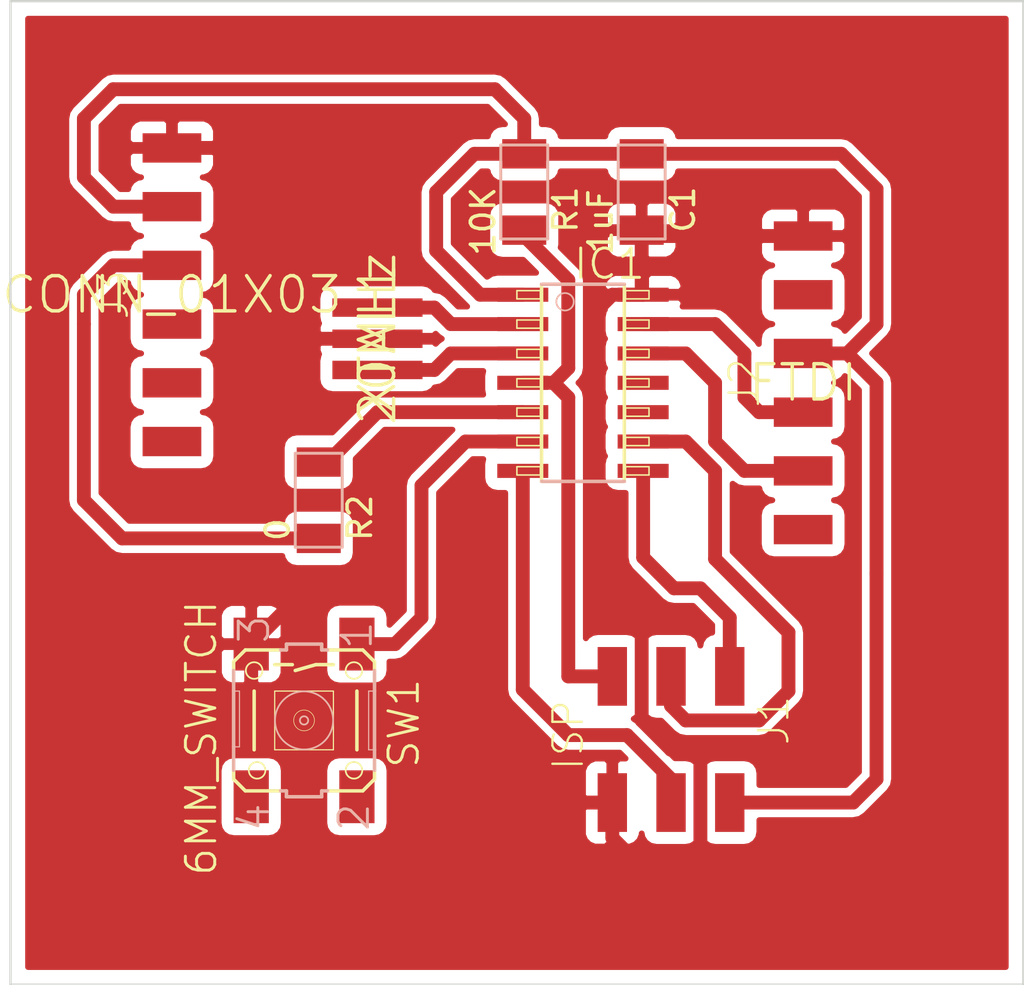
<source format=kicad_pcb>
(kicad_pcb (version 4) (host pcbnew 4.0.6-e0-6349~53~ubuntu14.04.1)

  (general
    (links 23)
    (no_connects 0)
    (area 141.994 45.669999 186.740001 88.315001)
    (thickness 1.6)
    (drawings 4)
    (tracks 118)
    (zones 0)
    (modules 9)
    (nets 20)
  )

  (page A4)
  (layers
    (0 F.Cu signal)
    (31 B.Cu signal)
    (32 B.Adhes user)
    (33 F.Adhes user)
    (34 B.Paste user)
    (35 F.Paste user)
    (36 B.SilkS user)
    (37 F.SilkS user)
    (38 B.Mask user)
    (39 F.Mask user)
    (40 Dwgs.User user)
    (41 Cmts.User user)
    (42 Eco1.User user)
    (43 Eco2.User user)
    (44 Edge.Cuts user)
    (45 Margin user)
    (46 B.CrtYd user)
    (47 F.CrtYd user)
    (48 B.Fab user)
    (49 F.Fab user)
  )

  (setup
    (last_trace_width 0.6)
    (trace_clearance 0.2)
    (zone_clearance 0.508)
    (zone_45_only no)
    (trace_min 0.2)
    (segment_width 0.2)
    (edge_width 0.1)
    (via_size 0.6)
    (via_drill 0.4)
    (via_min_size 0.4)
    (via_min_drill 0.3)
    (uvia_size 0.3)
    (uvia_drill 0.1)
    (uvias_allowed no)
    (uvia_min_size 0.2)
    (uvia_min_drill 0.1)
    (pcb_text_width 0.3)
    (pcb_text_size 1.5 1.5)
    (mod_edge_width 0.15)
    (mod_text_size 1 1)
    (mod_text_width 0.15)
    (pad_size 1.5 1.5)
    (pad_drill 0.6)
    (pad_to_mask_clearance 0)
    (aux_axis_origin 0 0)
    (visible_elements FFFFFF7F)
    (pcbplotparams
      (layerselection 0x00030_80000001)
      (usegerberextensions false)
      (excludeedgelayer true)
      (linewidth 0.100000)
      (plotframeref false)
      (viasonmask false)
      (mode 1)
      (useauxorigin false)
      (hpglpennumber 1)
      (hpglpenspeed 20)
      (hpglpendiameter 15)
      (hpglpenoverlay 2)
      (psnegative false)
      (psa4output false)
      (plotreference true)
      (plotvalue true)
      (plotinvisibletext false)
      (padsonsilk false)
      (subtractmaskfromsilk false)
      (outputformat 1)
      (mirror false)
      (drillshape 1)
      (scaleselection 1)
      (outputdirectory ""))
  )

  (net 0 "")
  (net 1 +5V)
  (net 2 GND)
  (net 3 XTAL1)
  (net 4 XTAL2)
  (net 5 RESET)
  (net 6 SWITCH)
  (net 7 MOSI)
  (net 8 MISO)
  (net 9 SCK)
  (net 10 "Net-(IC1-Pad10)")
  (net 11 "Net-(IC1-Pad11)")
  (net 12 RX)
  (net 13 TX)
  (net 14 "Net-(J2-Pad2)")
  (net 15 "Net-(J2-Pad6)")
  (net 16 "Net-(SW1-Pad2)")
  (net 17 "Net-(SW1-Pad4)")
  (net 18 SERVO)
  (net 19 "Net-(J3-Pad3)")

  (net_class Default "Questo è il gruppo di collegamenti predefinito"
    (clearance 0.2)
    (trace_width 0.6)
    (via_dia 0.6)
    (via_drill 0.4)
    (uvia_dia 0.3)
    (uvia_drill 0.1)
    (add_net +5V)
    (add_net GND)
    (add_net MISO)
    (add_net MOSI)
    (add_net "Net-(IC1-Pad10)")
    (add_net "Net-(IC1-Pad11)")
    (add_net "Net-(J2-Pad2)")
    (add_net "Net-(J2-Pad6)")
    (add_net "Net-(J3-Pad3)")
    (add_net "Net-(SW1-Pad2)")
    (add_net "Net-(SW1-Pad4)")
    (add_net RESET)
    (add_net RX)
    (add_net SCK)
    (add_net SERVO)
    (add_net SWITCH)
    (add_net TX)
    (add_net XTAL1)
    (add_net XTAL2)
  )

  (module FabInventory:fab-C1206FAB (layer F.Cu) (tedit 200000) (tstamp 58BF2DD6)
    (at 170.18 53.975 270)
    (path /58BDE84B)
    (attr smd)
    (fp_text reference C1 (at 0.762 -1.778 270) (layer F.SilkS)
      (effects (font (size 1.016 1.016) (thickness 0.1524)))
    )
    (fp_text value 1uF (at 1.27 1.778 270) (layer F.SilkS)
      (effects (font (size 1.016 1.016) (thickness 0.1524)))
    )
    (fp_line (start -2.032 -1.016) (end 2.032 -1.016) (layer B.SilkS) (width 0.127))
    (fp_line (start 2.032 -1.016) (end 2.032 1.016) (layer B.SilkS) (width 0.127))
    (fp_line (start 2.032 1.016) (end -2.032 1.016) (layer B.SilkS) (width 0.127))
    (fp_line (start -2.032 1.016) (end -2.032 -1.016) (layer B.SilkS) (width 0.127))
    (pad 1 smd rect (at -1.651 0 270) (size 1.27 1.905) (layers F.Cu F.Paste F.Mask)
      (net 1 +5V))
    (pad 2 smd rect (at 1.651 0 270) (size 1.27 1.905) (layers F.Cu F.Paste F.Mask)
      (net 2 GND))
  )

  (module FabInventory:fab-SOIC14 (layer F.Cu) (tedit 58BF2F6E) (tstamp 58BF2E2F)
    (at 167.64 62.23 270)
    (descr "SMALL OUTLINE PACKAGE")
    (tags "SMALL OUTLINE PACKAGE")
    (path /58BDE5BD)
    (attr smd)
    (fp_text reference IC1 (at -5.1435 -1.143 360) (layer F.SilkS)
      (effects (font (size 1.27 1.27) (thickness 0.127)))
    )
    (fp_text value ATTINY44-SSU (at 1.27 0.0635 270) (layer F.SilkS) hide
      (effects (font (size 1.27 1.27) (thickness 0.127)))
    )
    (fp_line (start -3.9878 -1.8415) (end -3.62966 -1.8415) (layer F.SilkS) (width 0.06604))
    (fp_line (start -3.62966 -1.8415) (end -3.62966 -2.8575) (layer F.SilkS) (width 0.06604))
    (fp_line (start -3.9878 -2.8575) (end -3.62966 -2.8575) (layer F.SilkS) (width 0.06604))
    (fp_line (start -3.9878 -1.8415) (end -3.9878 -2.8575) (layer F.SilkS) (width 0.06604))
    (fp_line (start -2.7178 -1.8415) (end -2.3622 -1.8415) (layer F.SilkS) (width 0.06604))
    (fp_line (start -2.3622 -1.8415) (end -2.3622 -2.8575) (layer F.SilkS) (width 0.06604))
    (fp_line (start -2.7178 -2.8575) (end -2.3622 -2.8575) (layer F.SilkS) (width 0.06604))
    (fp_line (start -2.7178 -1.8415) (end -2.7178 -2.8575) (layer F.SilkS) (width 0.06604))
    (fp_line (start -1.4478 -1.8415) (end -1.08966 -1.8415) (layer F.SilkS) (width 0.06604))
    (fp_line (start -1.08966 -1.8415) (end -1.08966 -2.8575) (layer F.SilkS) (width 0.06604))
    (fp_line (start -1.4478 -2.8575) (end -1.08966 -2.8575) (layer F.SilkS) (width 0.06604))
    (fp_line (start -1.4478 -1.8415) (end -1.4478 -2.8575) (layer F.SilkS) (width 0.06604))
    (fp_line (start -0.1778 -1.8415) (end 0.1778 -1.8415) (layer F.SilkS) (width 0.06604))
    (fp_line (start 0.1778 -1.8415) (end 0.1778 -2.8575) (layer F.SilkS) (width 0.06604))
    (fp_line (start -0.1778 -2.8575) (end 0.1778 -2.8575) (layer F.SilkS) (width 0.06604))
    (fp_line (start -0.1778 -1.8415) (end -0.1778 -2.8575) (layer F.SilkS) (width 0.06604))
    (fp_line (start 1.08966 -1.8415) (end 1.4478 -1.8415) (layer F.SilkS) (width 0.06604))
    (fp_line (start 1.4478 -1.8415) (end 1.4478 -2.8575) (layer F.SilkS) (width 0.06604))
    (fp_line (start 1.08966 -2.8575) (end 1.4478 -2.8575) (layer F.SilkS) (width 0.06604))
    (fp_line (start 1.08966 -1.8415) (end 1.08966 -2.8575) (layer F.SilkS) (width 0.06604))
    (fp_line (start 2.3622 -1.8415) (end 2.7178 -1.8415) (layer F.SilkS) (width 0.06604))
    (fp_line (start 2.7178 -1.8415) (end 2.7178 -2.8575) (layer F.SilkS) (width 0.06604))
    (fp_line (start 2.3622 -2.8575) (end 2.7178 -2.8575) (layer F.SilkS) (width 0.06604))
    (fp_line (start 2.3622 -1.8415) (end 2.3622 -2.8575) (layer F.SilkS) (width 0.06604))
    (fp_line (start 3.62966 -1.8415) (end 3.9878 -1.8415) (layer F.SilkS) (width 0.06604))
    (fp_line (start 3.9878 -1.8415) (end 3.9878 -2.8575) (layer F.SilkS) (width 0.06604))
    (fp_line (start 3.62966 -2.8575) (end 3.9878 -2.8575) (layer F.SilkS) (width 0.06604))
    (fp_line (start 3.62966 -1.8415) (end 3.62966 -2.8575) (layer F.SilkS) (width 0.06604))
    (fp_line (start 3.62966 2.8575) (end 3.9878 2.8575) (layer F.SilkS) (width 0.06604))
    (fp_line (start 3.9878 2.8575) (end 3.9878 1.8415) (layer F.SilkS) (width 0.06604))
    (fp_line (start 3.62966 1.8415) (end 3.9878 1.8415) (layer F.SilkS) (width 0.06604))
    (fp_line (start 3.62966 2.8575) (end 3.62966 1.8415) (layer F.SilkS) (width 0.06604))
    (fp_line (start 2.3622 2.8575) (end 2.7178 2.8575) (layer F.SilkS) (width 0.06604))
    (fp_line (start 2.7178 2.8575) (end 2.7178 1.8415) (layer F.SilkS) (width 0.06604))
    (fp_line (start 2.3622 1.8415) (end 2.7178 1.8415) (layer F.SilkS) (width 0.06604))
    (fp_line (start 2.3622 2.8575) (end 2.3622 1.8415) (layer F.SilkS) (width 0.06604))
    (fp_line (start 1.08966 2.8575) (end 1.4478 2.8575) (layer F.SilkS) (width 0.06604))
    (fp_line (start 1.4478 2.8575) (end 1.4478 1.8415) (layer F.SilkS) (width 0.06604))
    (fp_line (start 1.08966 1.8415) (end 1.4478 1.8415) (layer F.SilkS) (width 0.06604))
    (fp_line (start 1.08966 2.8575) (end 1.08966 1.8415) (layer F.SilkS) (width 0.06604))
    (fp_line (start -0.1778 2.8575) (end 0.1778 2.8575) (layer F.SilkS) (width 0.06604))
    (fp_line (start 0.1778 2.8575) (end 0.1778 1.8415) (layer F.SilkS) (width 0.06604))
    (fp_line (start -0.1778 1.8415) (end 0.1778 1.8415) (layer F.SilkS) (width 0.06604))
    (fp_line (start -0.1778 2.8575) (end -0.1778 1.8415) (layer F.SilkS) (width 0.06604))
    (fp_line (start -1.4478 2.8575) (end -1.08966 2.8575) (layer F.SilkS) (width 0.06604))
    (fp_line (start -1.08966 2.8575) (end -1.08966 1.8415) (layer F.SilkS) (width 0.06604))
    (fp_line (start -1.4478 1.8415) (end -1.08966 1.8415) (layer F.SilkS) (width 0.06604))
    (fp_line (start -1.4478 2.8575) (end -1.4478 1.8415) (layer F.SilkS) (width 0.06604))
    (fp_line (start -2.7178 2.8575) (end -2.3622 2.8575) (layer F.SilkS) (width 0.06604))
    (fp_line (start -2.3622 2.8575) (end -2.3622 1.8415) (layer F.SilkS) (width 0.06604))
    (fp_line (start -2.7178 1.8415) (end -2.3622 1.8415) (layer F.SilkS) (width 0.06604))
    (fp_line (start -2.7178 2.8575) (end -2.7178 1.8415) (layer F.SilkS) (width 0.06604))
    (fp_line (start -3.9878 2.8575) (end -3.62966 2.8575) (layer F.SilkS) (width 0.06604))
    (fp_line (start -3.62966 2.8575) (end -3.62966 1.8415) (layer F.SilkS) (width 0.06604))
    (fp_line (start -3.9878 1.8415) (end -3.62966 1.8415) (layer F.SilkS) (width 0.06604))
    (fp_line (start -3.9878 2.8575) (end -3.9878 1.8415) (layer F.SilkS) (width 0.06604))
    (fp_line (start -4.26466 1.7907) (end 4.26466 1.7907) (layer F.SilkS) (width 0.1524))
    (fp_line (start 4.26466 1.7907) (end 4.26466 -1.7907) (layer B.SilkS) (width 0.1524))
    (fp_line (start 4.26466 -1.7907) (end -4.26466 -1.7907) (layer F.SilkS) (width 0.1524))
    (fp_line (start -4.26466 -1.7907) (end -4.26466 1.7907) (layer B.SilkS) (width 0.1524))
    (fp_circle (center -3.5052 0.7747) (end -3.7719 1.0414) (layer B.SilkS) (width 0.0762))
    (pad 1 smd rect (at -3.81 2.6035 270) (size 0.6096 2.20726) (layers F.Cu F.Paste F.Mask)
      (net 1 +5V))
    (pad 2 smd rect (at -2.54 2.6035 270) (size 0.6096 2.20726) (layers F.Cu F.Paste F.Mask)
      (net 3 XTAL1))
    (pad 3 smd rect (at -1.27 2.6035 270) (size 0.6096 2.20726) (layers F.Cu F.Paste F.Mask)
      (net 4 XTAL2))
    (pad 4 smd rect (at 0 2.6035 270) (size 0.6096 2.20726) (layers F.Cu F.Paste F.Mask)
      (net 5 RESET))
    (pad 5 smd rect (at 1.27 2.6035 270) (size 0.6096 2.20726) (layers F.Cu F.Paste F.Mask)
      (net 18 SERVO))
    (pad 6 smd rect (at 2.54 2.6035 270) (size 0.6096 2.20726) (layers F.Cu F.Paste F.Mask)
      (net 6 SWITCH))
    (pad 7 smd rect (at 3.81 2.6035 270) (size 0.6096 2.20726) (layers F.Cu F.Paste F.Mask)
      (net 7 MOSI))
    (pad 8 smd rect (at 3.81 -2.6035 270) (size 0.6096 2.20726) (layers F.Cu F.Paste F.Mask)
      (net 8 MISO))
    (pad 9 smd rect (at 2.54 -2.6035 270) (size 0.6096 2.20726) (layers F.Cu F.Paste F.Mask)
      (net 9 SCK))
    (pad 10 smd rect (at 1.27 -2.6035 270) (size 0.6096 2.20726) (layers F.Cu F.Paste F.Mask)
      (net 10 "Net-(IC1-Pad10)"))
    (pad 11 smd rect (at 0 -2.6035 270) (size 0.6096 2.20726) (layers F.Cu F.Paste F.Mask)
      (net 11 "Net-(IC1-Pad11)"))
    (pad 12 smd rect (at -1.27 -2.6035 270) (size 0.6096 2.20726) (layers F.Cu F.Paste F.Mask)
      (net 12 RX))
    (pad 13 smd rect (at -2.54 -2.6035 270) (size 0.6096 2.20726) (layers F.Cu F.Paste F.Mask)
      (net 13 TX))
    (pad 14 smd rect (at -3.81 -2.6035 270) (size 0.6096 2.20726) (layers F.Cu F.Paste F.Mask)
      (net 2 GND))
  )

  (module FabInventory:fab-2X03SMD (layer F.Cu) (tedit 200000) (tstamp 58BF2E39)
    (at 171.45 77.47 270)
    (path /58BDE89B)
    (attr smd)
    (fp_text reference J1 (at -0.635 -4.445 270) (layer F.SilkS)
      (effects (font (size 1.27 1.27) (thickness 0.1016)))
    )
    (fp_text value ISP (at 0 4.445 270) (layer F.SilkS)
      (effects (font (size 1.27 1.27) (thickness 0.1016)))
    )
    (pad 1 smd rect (at -2.54 -2.54 270) (size 2.54 1.27) (layers F.Cu F.Paste F.Mask)
      (net 8 MISO))
    (pad 2 smd rect (at 2.91846 -2.54 270) (size 2.54 1.27) (layers F.Cu F.Paste F.Mask)
      (net 1 +5V))
    (pad 3 smd rect (at -2.54 0 270) (size 2.54 1.27) (layers F.Cu F.Paste F.Mask)
      (net 9 SCK))
    (pad 4 smd rect (at 2.91846 0 270) (size 2.54 1.27) (layers F.Cu F.Paste F.Mask)
      (net 7 MOSI))
    (pad 5 smd rect (at -2.54 2.54 270) (size 2.54 1.27) (layers F.Cu F.Paste F.Mask)
      (net 5 RESET))
    (pad 6 smd rect (at 2.91846 2.54 270) (size 2.54 1.27) (layers F.Cu F.Paste F.Mask)
      (net 2 GND))
  )

  (module FabInventory:fab-1X06SMD (layer F.Cu) (tedit 200000) (tstamp 58BF2E43)
    (at 177.165 62.23)
    (path /58BDE975)
    (attr smd)
    (fp_text reference J2 (at -2.54 0 90) (layer F.SilkS)
      (effects (font (size 1.27 1.27) (thickness 0.1016)))
    )
    (fp_text value FTDI (at 0 0) (layer F.SilkS)
      (effects (font (thickness 0.15)))
    )
    (pad 1 smd rect (at 0 -6.35) (size 2.54 1.27) (layers F.Cu F.Paste F.Mask)
      (net 2 GND))
    (pad 2 smd rect (at 0 -3.81) (size 2.54 1.27) (layers F.Cu F.Paste F.Mask)
      (net 14 "Net-(J2-Pad2)"))
    (pad 3 smd rect (at 0 -1.27) (size 2.54 1.27) (layers F.Cu F.Paste F.Mask)
      (net 1 +5V))
    (pad 4 smd rect (at 0 1.27) (size 2.54 1.27) (layers F.Cu F.Paste F.Mask)
      (net 13 TX))
    (pad 5 smd rect (at 0 3.81) (size 2.54 1.27) (layers F.Cu F.Paste F.Mask)
      (net 12 RX))
    (pad 6 smd rect (at 0 6.35) (size 2.54 1.27) (layers F.Cu F.Paste F.Mask)
      (net 15 "Net-(J2-Pad6)"))
  )

  (module FabInventory:fab-R1206FAB (layer F.Cu) (tedit 200000) (tstamp 58BF2E4D)
    (at 165.1 53.975 270)
    (path /58BDE73D)
    (attr smd)
    (fp_text reference R1 (at 0.762 -1.778 270) (layer F.SilkS)
      (effects (font (size 1.016 1.016) (thickness 0.1524)))
    )
    (fp_text value 10K (at 1.27 1.778 270) (layer F.SilkS)
      (effects (font (size 1.016 1.016) (thickness 0.1524)))
    )
    (fp_line (start -2.032 -1.016) (end 2.032 -1.016) (layer B.SilkS) (width 0.127))
    (fp_line (start 2.032 -1.016) (end 2.032 1.016) (layer B.SilkS) (width 0.127))
    (fp_line (start 2.032 1.016) (end -2.032 1.016) (layer B.SilkS) (width 0.127))
    (fp_line (start -2.032 1.016) (end -2.032 -1.016) (layer B.SilkS) (width 0.127))
    (pad 1 smd rect (at -1.651 0 270) (size 1.27 1.905) (layers F.Cu F.Paste F.Mask)
      (net 1 +5V))
    (pad 2 smd rect (at 1.651 0 270) (size 1.27 1.905) (layers F.Cu F.Paste F.Mask)
      (net 5 RESET))
  )

  (module FabInventory:fab-6MM_SWITCH (layer F.Cu) (tedit 200000) (tstamp 58BF2E95)
    (at 155.575 76.835 270)
    (descr "OMRON SWITCH")
    (tags "OMRON SWITCH")
    (path /58BDE674)
    (attr smd)
    (fp_text reference SW1 (at 0.127 -4.318 270) (layer F.SilkS)
      (effects (font (size 1.27 1.27) (thickness 0.127)))
    )
    (fp_text value 6MM_SWITCH (at 0.762 4.445 270) (layer F.SilkS)
      (effects (font (size 1.27 1.27) (thickness 0.127)))
    )
    (fp_line (start 3.302 0.762) (end 3.048 0.762) (layer B.SilkS) (width 0.1524))
    (fp_line (start 3.302 0.762) (end 3.302 -0.762) (layer B.SilkS) (width 0.1524))
    (fp_line (start 3.048 -0.762) (end 3.302 -0.762) (layer B.SilkS) (width 0.1524))
    (fp_line (start 3.048 -1.016) (end 3.048 -2.54) (layer F.SilkS) (width 0.1524))
    (fp_line (start -3.302 -0.762) (end -3.048 -0.762) (layer B.SilkS) (width 0.1524))
    (fp_line (start -3.302 -0.762) (end -3.302 0.762) (layer B.SilkS) (width 0.1524))
    (fp_line (start -3.048 0.762) (end -3.302 0.762) (layer B.SilkS) (width 0.1524))
    (fp_line (start 3.048 -2.54) (end 2.54 -3.048) (layer F.SilkS) (width 0.1524))
    (fp_line (start 2.54 3.048) (end 3.048 2.54) (layer F.SilkS) (width 0.1524))
    (fp_line (start 3.048 2.54) (end 3.048 1.016) (layer F.SilkS) (width 0.1524))
    (fp_line (start -2.54 -3.048) (end -3.048 -2.54) (layer F.SilkS) (width 0.1524))
    (fp_line (start -3.048 -2.54) (end -3.048 -1.016) (layer F.SilkS) (width 0.1524))
    (fp_line (start -2.54 3.048) (end -3.048 2.54) (layer F.SilkS) (width 0.1524))
    (fp_line (start -3.048 2.54) (end -3.048 1.016) (layer F.SilkS) (width 0.1524))
    (fp_line (start -1.27 -1.27) (end -1.27 1.27) (layer F.SilkS) (width 0.0508))
    (fp_line (start 1.27 1.27) (end -1.27 1.27) (layer F.SilkS) (width 0.0508))
    (fp_line (start 1.27 1.27) (end 1.27 -1.27) (layer F.SilkS) (width 0.0508))
    (fp_line (start -1.27 -1.27) (end 1.27 -1.27) (layer F.SilkS) (width 0.0508))
    (fp_line (start -1.27 -3.048) (end -1.27 -2.794) (layer B.SilkS) (width 0.0508))
    (fp_line (start 1.27 -2.794) (end -1.27 -2.794) (layer B.SilkS) (width 0.0508))
    (fp_line (start 1.27 -2.794) (end 1.27 -3.048) (layer B.SilkS) (width 0.0508))
    (fp_line (start 1.143 2.794) (end -1.27 2.794) (layer B.SilkS) (width 0.0508))
    (fp_line (start 1.143 2.794) (end 1.143 3.048) (layer B.SilkS) (width 0.0508))
    (fp_line (start -1.27 2.794) (end -1.27 3.048) (layer B.SilkS) (width 0.0508))
    (fp_line (start 2.54 3.048) (end 2.159 3.048) (layer F.SilkS) (width 0.1524))
    (fp_line (start -2.54 3.048) (end -2.159 3.048) (layer F.SilkS) (width 0.1524))
    (fp_line (start -2.159 3.048) (end -1.27 3.048) (layer B.SilkS) (width 0.1524))
    (fp_line (start -2.54 -3.048) (end -2.159 -3.048) (layer F.SilkS) (width 0.1524))
    (fp_line (start 2.54 -3.048) (end 2.159 -3.048) (layer F.SilkS) (width 0.1524))
    (fp_line (start 2.159 -3.048) (end 1.27 -3.048) (layer B.SilkS) (width 0.1524))
    (fp_line (start 1.27 -3.048) (end -1.27 -3.048) (layer B.SilkS) (width 0.1524))
    (fp_line (start -1.27 -3.048) (end -2.159 -3.048) (layer B.SilkS) (width 0.1524))
    (fp_line (start -1.27 3.048) (end 1.143 3.048) (layer B.SilkS) (width 0.1524))
    (fp_line (start 1.143 3.048) (end 2.159 3.048) (layer B.SilkS) (width 0.1524))
    (fp_line (start 3.048 0.762) (end 3.048 1.016) (layer B.SilkS) (width 0.1524))
    (fp_line (start 3.048 -0.762) (end 3.048 -1.016) (layer B.SilkS) (width 0.1524))
    (fp_line (start -3.048 0.762) (end -3.048 1.016) (layer B.SilkS) (width 0.1524))
    (fp_line (start -3.048 -0.762) (end -3.048 -1.016) (layer B.SilkS) (width 0.1524))
    (fp_line (start -1.27 2.159) (end 1.27 2.159) (layer F.SilkS) (width 0.1524))
    (fp_line (start 1.27 -2.286) (end -1.27 -2.286) (layer F.SilkS) (width 0.1524))
    (fp_line (start -2.413 -1.27) (end -2.413 -0.508) (layer F.SilkS) (width 0.1524))
    (fp_line (start -2.413 0.508) (end -2.413 1.27) (layer F.SilkS) (width 0.1524))
    (fp_line (start -2.413 -0.508) (end -2.159 0.381) (layer F.SilkS) (width 0.1524))
    (fp_circle (center 0 0) (end -0.889 0.889) (layer B.SilkS) (width 0.0762))
    (fp_circle (center -2.159 2.159) (end -2.413 2.413) (layer F.SilkS) (width 0.0762))
    (fp_circle (center 2.159 2.032) (end 2.413 2.286) (layer F.SilkS) (width 0.0762))
    (fp_circle (center 2.159 -2.159) (end 2.413 -2.413) (layer F.SilkS) (width 0.0762))
    (fp_circle (center -2.159 -2.159) (end -2.413 -2.413) (layer F.SilkS) (width 0.0762))
    (fp_circle (center 0 0) (end -0.3175 0.3175) (layer F.SilkS) (width 0.0254))
    (fp_circle (center 0 0) (end -0.127 0.127) (layer B.SilkS) (width 0.0762))
    (fp_text user 1 (at -3.683 -2.286 270) (layer B.SilkS)
      (effects (font (size 1.27 1.27) (thickness 0.127)))
    )
    (fp_text user 2 (at 4.191 -2.159 270) (layer B.SilkS)
      (effects (font (size 1.27 1.27) (thickness 0.127)))
    )
    (fp_text user 3 (at -3.937 2.159 270) (layer B.SilkS)
      (effects (font (size 1.27 1.27) (thickness 0.127)))
    )
    (fp_text user 4 (at 4.191 2.159 270) (layer B.SilkS)
      (effects (font (size 1.27 1.27) (thickness 0.127)))
    )
    (pad 1 smd rect (at -3.302 -2.286 270) (size 2.286 1.524) (layers F.Cu F.Paste F.Mask)
      (net 6 SWITCH))
    (pad 2 smd rect (at 3.302 -2.286 270) (size 2.286 1.524) (layers F.Cu F.Paste F.Mask)
      (net 16 "Net-(SW1-Pad2)"))
    (pad 3 smd rect (at -3.302 2.286 270) (size 2.286 1.524) (layers F.Cu F.Paste F.Mask)
      (net 2 GND))
    (pad 4 smd rect (at 3.302 2.286 270) (size 2.286 1.524) (layers F.Cu F.Paste F.Mask)
      (net 17 "Net-(SW1-Pad4)"))
  )

  (module FabInventory:fab-EFOBM (layer F.Cu) (tedit 200000) (tstamp 58BF2E9C)
    (at 158.75 60.325 270)
    (path /58BDE91A)
    (attr smd)
    (fp_text reference XTAL1 (at 0 0 270) (layer F.SilkS)
      (effects (font (thickness 0.15)))
    )
    (fp_text value 20MHz (at 0 0 270) (layer F.SilkS)
      (effects (font (thickness 0.15)))
    )
    (pad 1 smd rect (at -1.34874 0) (size 3.8989 0.79756) (layers F.Cu F.Paste F.Mask)
      (net 3 XTAL1))
    (pad 2 smd rect (at 0 0 180) (size 3.8989 0.79756) (layers F.Cu F.Paste F.Mask)
      (net 2 GND))
    (pad 3 smd rect (at 1.34874 0 180) (size 3.8989 0.79756) (layers F.Cu F.Paste F.Mask)
      (net 4 XTAL2))
  )

  (module fab:fab-1X06SMD (layer F.Cu) (tedit 200000) (tstamp 58E41379)
    (at 149.86 58.42)
    (path /58E40CE3)
    (attr smd)
    (fp_text reference J3 (at -2.54 0 90) (layer F.SilkS)
      (effects (font (size 1.27 1.27) (thickness 0.1016)))
    )
    (fp_text value CONN_01X03 (at 0 0) (layer F.SilkS)
      (effects (font (thickness 0.15)))
    )
    (pad 1 smd rect (at 0 -6.35) (size 2.54 1.27) (layers F.Cu F.Paste F.Mask)
      (net 2 GND))
    (pad 2 smd rect (at 0 -3.81) (size 2.54 1.27) (layers F.Cu F.Paste F.Mask)
      (net 1 +5V))
    (pad 3 smd rect (at 0 -1.27) (size 2.54 1.27) (layers F.Cu F.Paste F.Mask)
      (net 19 "Net-(J3-Pad3)"))
    (pad 4 smd rect (at 0 1.27) (size 2.54 1.27) (layers F.Cu F.Paste F.Mask))
    (pad 5 smd rect (at 0 3.81) (size 2.54 1.27) (layers F.Cu F.Paste F.Mask))
    (pad 6 smd rect (at 0 6.35) (size 2.54 1.27) (layers F.Cu F.Paste F.Mask))
  )

  (module fab:fab-R1206FAB (layer F.Cu) (tedit 200000) (tstamp 58E4137F)
    (at 156.21 67.31 270)
    (path /58E419E7)
    (attr smd)
    (fp_text reference R2 (at 0.762 -1.778 270) (layer F.SilkS)
      (effects (font (size 1.016 1.016) (thickness 0.1524)))
    )
    (fp_text value 0 (at 1.27 1.778 270) (layer F.SilkS)
      (effects (font (size 1.016 1.016) (thickness 0.1524)))
    )
    (fp_line (start -2.032 -1.016) (end 2.032 -1.016) (layer B.SilkS) (width 0.127))
    (fp_line (start 2.032 -1.016) (end 2.032 1.016) (layer B.SilkS) (width 0.127))
    (fp_line (start 2.032 1.016) (end -2.032 1.016) (layer B.SilkS) (width 0.127))
    (fp_line (start -2.032 1.016) (end -2.032 -1.016) (layer B.SilkS) (width 0.127))
    (pad 1 smd rect (at -1.651 0 270) (size 1.27 1.905) (layers F.Cu F.Paste F.Mask)
      (net 18 SERVO))
    (pad 2 smd rect (at 1.651 0 270) (size 1.27 1.905) (layers F.Cu F.Paste F.Mask)
      (net 19 "Net-(J3-Pad3)"))
  )

  (gr_line (start 142.875 88.265) (end 142.875 45.72) (angle 90) (layer Edge.Cuts) (width 0.1))
  (gr_line (start 186.69 88.265) (end 142.875 88.265) (angle 90) (layer Edge.Cuts) (width 0.1))
  (gr_line (start 186.69 45.72) (end 186.69 88.265) (angle 90) (layer Edge.Cuts) (width 0.1))
  (gr_line (start 142.875 45.72) (end 186.69 45.72) (angle 90) (layer Edge.Cuts) (width 0.1))

  (segment (start 149.86 54.61) (end 147.32 54.61) (width 0.6) (layer F.Cu) (net 1))
  (segment (start 165.1 50.8) (end 165.1 52.324) (width 0.6) (layer F.Cu) (net 1) (tstamp 58E4144A))
  (segment (start 163.83 49.53) (end 165.1 50.8) (width 0.6) (layer F.Cu) (net 1) (tstamp 58E41448))
  (segment (start 147.32 49.53) (end 163.83 49.53) (width 0.6) (layer F.Cu) (net 1) (tstamp 58E41443))
  (segment (start 146.05 50.8) (end 147.32 49.53) (width 0.6) (layer F.Cu) (net 1) (tstamp 58E41441))
  (segment (start 146.05 53.34) (end 146.05 50.8) (width 0.6) (layer F.Cu) (net 1) (tstamp 58E4143F))
  (segment (start 147.32 54.61) (end 146.05 53.34) (width 0.6) (layer F.Cu) (net 1) (tstamp 58E4143C))
  (segment (start 180.34 70.485) (end 180.34 79.375) (width 0.6) (layer F.Cu) (net 1))
  (segment (start 180.34 62.23) (end 180.34 70.485) (width 0.6) (layer F.Cu) (net 1) (tstamp 58BF334A))
  (segment (start 179.07 60.96) (end 180.34 62.23) (width 0.6) (layer F.Cu) (net 1) (tstamp 58BF3348))
  (segment (start 179.32654 80.38846) (end 173.99 80.38846) (width 0.6) (layer F.Cu) (net 1) (tstamp 58BF33C5))
  (segment (start 180.34 79.375) (end 179.32654 80.38846) (width 0.6) (layer F.Cu) (net 1) (tstamp 58BF33C1))
  (segment (start 177.165 60.96) (end 179.07 60.96) (width 0.6) (layer F.Cu) (net 1))
  (segment (start 170.18 52.324) (end 178.816 52.324) (width 0.6) (layer F.Cu) (net 1))
  (segment (start 180.34 59.69) (end 179.07 60.96) (width 0.6) (layer F.Cu) (net 1) (tstamp 58BF3326))
  (segment (start 180.34 53.848) (end 180.34 59.69) (width 0.6) (layer F.Cu) (net 1) (tstamp 58BF3325))
  (segment (start 178.816 52.324) (end 180.34 53.848) (width 0.6) (layer F.Cu) (net 1) (tstamp 58BF3324))
  (segment (start 165.1 52.324) (end 170.18 52.324) (width 0.6) (layer F.Cu) (net 1))
  (segment (start 165.0365 58.42) (end 163.195 58.42) (width 0.6) (layer F.Cu) (net 1))
  (segment (start 162.941 52.324) (end 165.1 52.324) (width 0.6) (layer F.Cu) (net 1) (tstamp 58BF32ED))
  (segment (start 161.29 53.975) (end 162.941 52.324) (width 0.6) (layer F.Cu) (net 1) (tstamp 58BF32EB))
  (segment (start 161.29 56.515) (end 161.29 53.975) (width 0.6) (layer F.Cu) (net 1) (tstamp 58BF32E9))
  (segment (start 163.195 58.42) (end 161.29 56.515) (width 0.6) (layer F.Cu) (net 1) (tstamp 58BF32E7))
  (segment (start 158.75 60.325) (end 155.575 60.325) (width 0.6) (layer F.Cu) (net 2))
  (segment (start 155.575 60.325) (end 153.67 58.42) (width 0.6) (layer F.Cu) (net 2) (tstamp 58E4140C))
  (segment (start 152.4 52.07) (end 149.86 52.07) (width 0.6) (layer F.Cu) (net 2) (tstamp 58E41419))
  (segment (start 153.67 53.34) (end 152.4 52.07) (width 0.6) (layer F.Cu) (net 2) (tstamp 58E41413))
  (segment (start 153.67 58.42) (end 153.67 53.34) (width 0.6) (layer F.Cu) (net 2) (tstamp 58E41411))
  (segment (start 155.702 71.12) (end 153.289 73.533) (width 0.6) (layer F.Cu) (net 2) (tstamp 58E41400))
  (segment (start 157.48 71.12) (end 155.702 71.12) (width 0.6) (layer F.Cu) (net 2) (tstamp 58E413FE))
  (segment (start 158.75 69.85) (end 157.48 71.12) (width 0.6) (layer F.Cu) (net 2) (tstamp 58E413FC))
  (segment (start 158.75 68.58) (end 158.75 69.85) (width 0.6) (layer F.Cu) (net 2) (tstamp 58E413FA))
  (segment (start 157.48 67.31) (end 158.75 68.58) (width 0.6) (layer F.Cu) (net 2) (tstamp 58E413F8))
  (segment (start 154.94 67.31) (end 157.48 67.31) (width 0.6) (layer F.Cu) (net 2) (tstamp 58E413F3))
  (segment (start 153.67 66.04) (end 154.94 67.31) (width 0.6) (layer F.Cu) (net 2) (tstamp 58E413F1))
  (segment (start 153.67 62.23) (end 153.67 66.04) (width 0.6) (layer F.Cu) (net 2) (tstamp 58E413EF))
  (segment (start 155.575 60.325) (end 153.67 62.23) (width 0.6) (layer F.Cu) (net 2) (tstamp 58E413E2))
  (segment (start 168.91 80.38846) (end 163.45154 80.38846) (width 0.6) (layer F.Cu) (net 2))
  (segment (start 153.289 75.819) (end 153.289 73.533) (width 0.6) (layer F.Cu) (net 2) (tstamp 58BF367A))
  (segment (start 154.305 76.835) (end 153.289 75.819) (width 0.6) (layer F.Cu) (net 2) (tstamp 58BF3679))
  (segment (start 162.56 76.835) (end 154.305 76.835) (width 0.6) (layer F.Cu) (net 2) (tstamp 58BF3678))
  (segment (start 163.195 77.47) (end 162.56 76.835) (width 0.6) (layer F.Cu) (net 2) (tstamp 58BF3677))
  (segment (start 163.195 80.13192) (end 163.195 77.47) (width 0.6) (layer F.Cu) (net 2) (tstamp 58BF3676))
  (segment (start 163.45154 80.38846) (end 163.195 80.13192) (width 0.6) (layer F.Cu) (net 2) (tstamp 58BF3675))
  (segment (start 153.162 73.66) (end 153.289 73.533) (width 0.6) (layer F.Cu) (net 2) (tstamp 58BF366C))
  (segment (start 170.18 76.835) (end 171.45 78.105) (width 0.6) (layer F.Cu) (net 2))
  (segment (start 168.275 71.12) (end 170.18 73.025) (width 0.6) (layer F.Cu) (net 2) (tstamp 58BF3493))
  (segment (start 170.18 73.025) (end 170.18 76.835) (width 0.6) (layer F.Cu) (net 2) (tstamp 58BF3499))
  (segment (start 170.2435 58.42) (end 168.91 58.42) (width 0.6) (layer F.Cu) (net 2))
  (segment (start 168.275 59.055) (end 168.275 69.85) (width 0.6) (layer F.Cu) (net 2) (tstamp 58BF3353))
  (segment (start 168.91 58.42) (end 168.275 59.055) (width 0.6) (layer F.Cu) (net 2) (tstamp 58BF3352))
  (segment (start 168.275 69.85) (end 168.275 71.12) (width 0.6) (layer F.Cu) (net 2))
  (segment (start 168.91 81.915) (end 168.91 80.38846) (width 0.6) (layer F.Cu) (net 2) (tstamp 58BF34D7))
  (segment (start 169.545 82.55) (end 168.91 81.915) (width 0.6) (layer F.Cu) (net 2) (tstamp 58BF34CD))
  (segment (start 172.72 82.55) (end 169.545 82.55) (width 0.6) (layer F.Cu) (net 2) (tstamp 58BF34C3))
  (segment (start 172.72 78.105) (end 172.72 82.55) (width 0.6) (layer F.Cu) (net 2) (tstamp 58BF34C0))
  (segment (start 171.45 78.105) (end 172.72 78.105) (width 0.6) (layer F.Cu) (net 2) (tstamp 58BF34AB))
  (segment (start 177.165 55.88) (end 170.434 55.88) (width 0.6) (layer F.Cu) (net 2))
  (segment (start 170.434 55.88) (end 170.18 55.626) (width 0.6) (layer F.Cu) (net 2) (tstamp 58BF3321))
  (segment (start 170.18 55.626) (end 170.18 58.3565) (width 0.6) (layer F.Cu) (net 2))
  (segment (start 170.18 58.3565) (end 170.2435 58.42) (width 0.6) (layer F.Cu) (net 2) (tstamp 58BF32F4))
  (segment (start 158.75 58.97626) (end 161.21126 58.97626) (width 0.6) (layer F.Cu) (net 3))
  (segment (start 161.925 59.69) (end 165.0365 59.69) (width 0.6) (layer F.Cu) (net 3) (tstamp 58BF3306))
  (segment (start 161.21126 58.97626) (end 161.925 59.69) (width 0.6) (layer F.Cu) (net 3) (tstamp 58BF3305))
  (segment (start 158.75 61.67374) (end 161.21126 61.67374) (width 0.6) (layer F.Cu) (net 4))
  (segment (start 161.925 60.96) (end 165.0365 60.96) (width 0.6) (layer F.Cu) (net 4) (tstamp 58BF330A))
  (segment (start 161.21126 61.67374) (end 161.925 60.96) (width 0.6) (layer F.Cu) (net 4) (tstamp 58BF3309))
  (segment (start 165.0365 62.23) (end 166.37 62.23) (width 0.6) (layer F.Cu) (net 5))
  (segment (start 166.37 62.23) (end 167.005 62.865) (width 0.6) (layer F.Cu) (net 5) (tstamp 58BF3453))
  (segment (start 167.005 74.93) (end 168.91 74.93) (width 0.6) (layer F.Cu) (net 5) (tstamp 58BF3459))
  (segment (start 167.005 62.865) (end 167.005 74.93) (width 0.6) (layer F.Cu) (net 5) (tstamp 58BF3455))
  (segment (start 165.1 55.626) (end 165.1 55.88) (width 0.6) (layer F.Cu) (net 5))
  (segment (start 165.1 55.88) (end 167.005 57.785) (width 0.6) (layer F.Cu) (net 5) (tstamp 58BF32F7))
  (segment (start 167.005 61.595) (end 166.37 62.23) (width 0.6) (layer F.Cu) (net 5) (tstamp 58BF32FA))
  (segment (start 167.005 57.785) (end 167.005 61.595) (width 0.6) (layer F.Cu) (net 5) (tstamp 58BF32F8))
  (segment (start 157.861 73.533) (end 159.512 73.533) (width 0.6) (layer F.Cu) (net 6))
  (segment (start 162.56 64.77) (end 165.0365 64.77) (width 0.6) (layer F.Cu) (net 6) (tstamp 58BF3645))
  (segment (start 160.655 66.675) (end 162.56 64.77) (width 0.6) (layer F.Cu) (net 6) (tstamp 58BF3643))
  (segment (start 160.655 72.39) (end 160.655 66.675) (width 0.6) (layer F.Cu) (net 6) (tstamp 58BF3641))
  (segment (start 159.512 73.533) (end 160.655 72.39) (width 0.6) (layer F.Cu) (net 6) (tstamp 58BF363F))
  (segment (start 171.45 80.38846) (end 171.45 79.375) (width 0.6) (layer F.Cu) (net 7))
  (segment (start 171.45 79.375) (end 169.545 77.47) (width 0.6) (layer F.Cu) (net 7) (tstamp 58BF34E4))
  (segment (start 169.545 77.47) (end 167.005 77.47) (width 0.6) (layer F.Cu) (net 7) (tstamp 58BF34E8))
  (segment (start 167.005 77.47) (end 165.0365 75.5015) (width 0.6) (layer F.Cu) (net 7) (tstamp 58BF34EA))
  (segment (start 165.0365 75.5015) (end 165.0365 66.04) (width 0.6) (layer F.Cu) (net 7) (tstamp 58BF34EC))
  (segment (start 170.2435 66.04) (end 170.2435 69.7865) (width 0.6) (layer F.Cu) (net 8))
  (segment (start 173.99 72.39) (end 173.99 74.93) (width 0.6) (layer F.Cu) (net 8) (tstamp 58BF33EA))
  (segment (start 172.72 71.12) (end 173.99 72.39) (width 0.6) (layer F.Cu) (net 8) (tstamp 58BF33E8))
  (segment (start 171.577 71.12) (end 172.72 71.12) (width 0.6) (layer F.Cu) (net 8) (tstamp 58BF33E1))
  (segment (start 170.2435 69.7865) (end 171.577 71.12) (width 0.6) (layer F.Cu) (net 8) (tstamp 58BF33DF))
  (segment (start 170.2435 64.77) (end 172.085 64.77) (width 0.6) (layer F.Cu) (net 9))
  (segment (start 172.085 76.835) (end 171.45 76.2) (width 0.6) (layer F.Cu) (net 9) (tstamp 58BF3430))
  (segment (start 175.26 76.835) (end 172.085 76.835) (width 0.6) (layer F.Cu) (net 9) (tstamp 58BF342D))
  (segment (start 176.53 75.565) (end 175.26 76.835) (width 0.6) (layer F.Cu) (net 9) (tstamp 58BF3420))
  (segment (start 176.53 73.025) (end 176.53 75.565) (width 0.6) (layer F.Cu) (net 9) (tstamp 58BF3418))
  (segment (start 173.355 69.85) (end 176.53 73.025) (width 0.6) (layer F.Cu) (net 9) (tstamp 58BF3412))
  (segment (start 173.355 66.04) (end 173.355 69.85) (width 0.6) (layer F.Cu) (net 9) (tstamp 58BF33F4))
  (segment (start 172.085 64.77) (end 173.355 66.04) (width 0.6) (layer F.Cu) (net 9) (tstamp 58BF33F1))
  (segment (start 171.45 76.2) (end 171.45 74.93) (width 0.6) (layer F.Cu) (net 9) (tstamp 58BF3433))
  (segment (start 170.2435 60.96) (end 172.085 60.96) (width 0.6) (layer F.Cu) (net 12))
  (segment (start 174.625 66.04) (end 177.165 66.04) (width 0.6) (layer F.Cu) (net 12) (tstamp 58BF3339))
  (segment (start 173.355 64.77) (end 174.625 66.04) (width 0.6) (layer F.Cu) (net 12) (tstamp 58BF3338))
  (segment (start 173.355 62.23) (end 173.355 64.77) (width 0.6) (layer F.Cu) (net 12) (tstamp 58BF3336))
  (segment (start 172.085 60.96) (end 173.355 62.23) (width 0.6) (layer F.Cu) (net 12) (tstamp 58BF3333))
  (segment (start 170.2435 59.69) (end 173.355 59.69) (width 0.6) (layer F.Cu) (net 13))
  (segment (start 175.26 63.5) (end 177.165 63.5) (width 0.6) (layer F.Cu) (net 13) (tstamp 58BF3330))
  (segment (start 174.625 62.865) (end 175.26 63.5) (width 0.6) (layer F.Cu) (net 13) (tstamp 58BF332F))
  (segment (start 174.625 60.96) (end 174.625 62.865) (width 0.6) (layer F.Cu) (net 13) (tstamp 58BF332E))
  (segment (start 173.355 59.69) (end 174.625 60.96) (width 0.6) (layer F.Cu) (net 13) (tstamp 58BF332C))
  (segment (start 165.0365 63.5) (end 158.75 63.5) (width 0.6) (layer F.Cu) (net 18))
  (segment (start 158.75 63.5) (end 156.591 65.659) (width 0.6) (layer F.Cu) (net 18) (tstamp 58E41422))
  (segment (start 156.591 65.659) (end 156.21 65.659) (width 0.6) (layer F.Cu) (net 18) (tstamp 58E41424))
  (segment (start 156.21 68.961) (end 147.701 68.961) (width 0.6) (layer F.Cu) (net 19))
  (segment (start 147.32 57.15) (end 149.86 57.15) (width 0.6) (layer F.Cu) (net 19) (tstamp 58E41435))
  (segment (start 146.05 58.42) (end 147.32 57.15) (width 0.6) (layer F.Cu) (net 19) (tstamp 58E41433))
  (segment (start 146.05 59.69) (end 146.05 58.42) (width 0.6) (layer F.Cu) (net 19) (tstamp 58E41431))
  (segment (start 146.05 67.31) (end 146.05 59.69) (width 0.6) (layer F.Cu) (net 19) (tstamp 58E41430))
  (segment (start 147.701 68.961) (end 146.05 67.31) (width 0.6) (layer F.Cu) (net 19) (tstamp 58E4142D))

  (zone (net 2) (net_name GND) (layer F.Cu) (tstamp 58BF367E) (hatch edge 0.508)
    (connect_pads (clearance 0.508))
    (min_thickness 0.254)
    (fill yes (arc_segments 16) (thermal_gap 0.508) (thermal_bridge_width 0.508))
    (polygon
      (pts
        (xy 186.055 87.63) (xy 143.51 87.63) (xy 143.51 46.355) (xy 186.055 46.355)
      )
    )
    (filled_polygon
      (pts
        (xy 185.928 87.503) (xy 143.637 87.503) (xy 143.637 78.994) (xy 151.87956 78.994) (xy 151.87956 81.28)
        (xy 151.923838 81.515317) (xy 152.06291 81.731441) (xy 152.27511 81.876431) (xy 152.527 81.92744) (xy 154.051 81.92744)
        (xy 154.286317 81.883162) (xy 154.502441 81.74409) (xy 154.647431 81.53189) (xy 154.69844 81.28) (xy 154.69844 78.994)
        (xy 156.45156 78.994) (xy 156.45156 81.28) (xy 156.495838 81.515317) (xy 156.63491 81.731441) (xy 156.84711 81.876431)
        (xy 157.099 81.92744) (xy 158.623 81.92744) (xy 158.858317 81.883162) (xy 159.074441 81.74409) (xy 159.219431 81.53189)
        (xy 159.27044 81.28) (xy 159.27044 80.67421) (xy 167.64 80.67421) (xy 167.64 81.784769) (xy 167.736673 82.018158)
        (xy 167.915301 82.196787) (xy 168.14869 82.29346) (xy 168.62425 82.29346) (xy 168.783 82.13471) (xy 168.783 80.51546)
        (xy 167.79875 80.51546) (xy 167.64 80.67421) (xy 159.27044 80.67421) (xy 159.27044 78.994) (xy 159.270093 78.992151)
        (xy 167.64 78.992151) (xy 167.64 80.10271) (xy 167.79875 80.26146) (xy 168.783 80.26146) (xy 168.783 78.64221)
        (xy 168.62425 78.48346) (xy 168.14869 78.48346) (xy 167.915301 78.580133) (xy 167.736673 78.758762) (xy 167.64 78.992151)
        (xy 159.270093 78.992151) (xy 159.226162 78.758683) (xy 159.08709 78.542559) (xy 158.87489 78.397569) (xy 158.623 78.34656)
        (xy 157.099 78.34656) (xy 156.863683 78.390838) (xy 156.647559 78.52991) (xy 156.502569 78.74211) (xy 156.45156 78.994)
        (xy 154.69844 78.994) (xy 154.654162 78.758683) (xy 154.51509 78.542559) (xy 154.30289 78.397569) (xy 154.051 78.34656)
        (xy 152.527 78.34656) (xy 152.291683 78.390838) (xy 152.075559 78.52991) (xy 151.930569 78.74211) (xy 151.87956 78.994)
        (xy 143.637 78.994) (xy 143.637 73.81875) (xy 151.892 73.81875) (xy 151.892 74.802309) (xy 151.988673 75.035698)
        (xy 152.167301 75.214327) (xy 152.40069 75.311) (xy 153.00325 75.311) (xy 153.162 75.15225) (xy 153.162 73.66)
        (xy 153.416 73.66) (xy 153.416 75.15225) (xy 153.57475 75.311) (xy 154.17731 75.311) (xy 154.410699 75.214327)
        (xy 154.589327 75.035698) (xy 154.686 74.802309) (xy 154.686 73.81875) (xy 154.52725 73.66) (xy 153.416 73.66)
        (xy 153.162 73.66) (xy 152.05075 73.66) (xy 151.892 73.81875) (xy 143.637 73.81875) (xy 143.637 72.263691)
        (xy 151.892 72.263691) (xy 151.892 73.24725) (xy 152.05075 73.406) (xy 153.162 73.406) (xy 153.162 71.91375)
        (xy 153.416 71.91375) (xy 153.416 73.406) (xy 154.52725 73.406) (xy 154.686 73.24725) (xy 154.686 72.263691)
        (xy 154.589327 72.030302) (xy 154.410699 71.851673) (xy 154.17731 71.755) (xy 153.57475 71.755) (xy 153.416 71.91375)
        (xy 153.162 71.91375) (xy 153.00325 71.755) (xy 152.40069 71.755) (xy 152.167301 71.851673) (xy 151.988673 72.030302)
        (xy 151.892 72.263691) (xy 143.637 72.263691) (xy 143.637 50.8) (xy 145.29 50.8) (xy 145.29 53.34)
        (xy 145.347852 53.630839) (xy 145.512599 53.877401) (xy 146.782599 55.147401) (xy 147.02916 55.312148) (xy 147.32 55.37)
        (xy 147.96608 55.37) (xy 147.986838 55.480317) (xy 148.12591 55.696441) (xy 148.33811 55.841431) (xy 148.526314 55.879543)
        (xy 148.354683 55.911838) (xy 148.138559 56.05091) (xy 147.993569 56.26311) (xy 147.967873 56.39) (xy 147.32 56.39)
        (xy 147.02916 56.447852) (xy 146.782599 56.612599) (xy 145.512599 57.882599) (xy 145.347852 58.129161) (xy 145.29 58.42)
        (xy 145.29 67.31) (xy 145.347852 67.600839) (xy 145.512599 67.847401) (xy 147.163599 69.498401) (xy 147.410161 69.663148)
        (xy 147.701 69.721) (xy 154.63358 69.721) (xy 154.654338 69.831317) (xy 154.79341 70.047441) (xy 155.00561 70.192431)
        (xy 155.2575 70.24344) (xy 157.1625 70.24344) (xy 157.397817 70.199162) (xy 157.613941 70.06009) (xy 157.758931 69.84789)
        (xy 157.80994 69.596) (xy 157.80994 68.326) (xy 157.765662 68.090683) (xy 157.62659 67.874559) (xy 157.41439 67.729569)
        (xy 157.1625 67.67856) (xy 155.2575 67.67856) (xy 155.022183 67.722838) (xy 154.806059 67.86191) (xy 154.661069 68.07411)
        (xy 154.635373 68.201) (xy 148.015802 68.201) (xy 146.81 66.995198) (xy 146.81 58.734802) (xy 147.634802 57.91)
        (xy 147.96608 57.91) (xy 147.986838 58.020317) (xy 148.12591 58.236441) (xy 148.33811 58.381431) (xy 148.526314 58.419543)
        (xy 148.354683 58.451838) (xy 148.138559 58.59091) (xy 147.993569 58.80311) (xy 147.94256 59.055) (xy 147.94256 60.325)
        (xy 147.986838 60.560317) (xy 148.12591 60.776441) (xy 148.33811 60.921431) (xy 148.526314 60.959543) (xy 148.354683 60.991838)
        (xy 148.138559 61.13091) (xy 147.993569 61.34311) (xy 147.94256 61.595) (xy 147.94256 62.865) (xy 147.986838 63.100317)
        (xy 148.12591 63.316441) (xy 148.33811 63.461431) (xy 148.526314 63.499543) (xy 148.354683 63.531838) (xy 148.138559 63.67091)
        (xy 147.993569 63.88311) (xy 147.94256 64.135) (xy 147.94256 65.405) (xy 147.986838 65.640317) (xy 148.12591 65.856441)
        (xy 148.33811 66.001431) (xy 148.59 66.05244) (xy 151.13 66.05244) (xy 151.365317 66.008162) (xy 151.581441 65.86909)
        (xy 151.726431 65.65689) (xy 151.77744 65.405) (xy 151.77744 64.135) (xy 151.733162 63.899683) (xy 151.59409 63.683559)
        (xy 151.38189 63.538569) (xy 151.193686 63.500457) (xy 151.365317 63.468162) (xy 151.581441 63.32909) (xy 151.726431 63.11689)
        (xy 151.77744 62.865) (xy 151.77744 61.595) (xy 151.733162 61.359683) (xy 151.59409 61.143559) (xy 151.38189 60.998569)
        (xy 151.193686 60.960457) (xy 151.365317 60.928162) (xy 151.581441 60.78909) (xy 151.726431 60.57689) (xy 151.77744 60.325)
        (xy 151.77744 59.055) (xy 151.733162 58.819683) (xy 151.59409 58.603559) (xy 151.38189 58.458569) (xy 151.193686 58.420457)
        (xy 151.365317 58.388162) (xy 151.581441 58.24909) (xy 151.726431 58.03689) (xy 151.77744 57.785) (xy 151.77744 56.515)
        (xy 151.733162 56.279683) (xy 151.59409 56.063559) (xy 151.38189 55.918569) (xy 151.193686 55.880457) (xy 151.365317 55.848162)
        (xy 151.581441 55.70909) (xy 151.726431 55.49689) (xy 151.77744 55.245) (xy 151.77744 53.975) (xy 151.733162 53.739683)
        (xy 151.59409 53.523559) (xy 151.38189 53.378569) (xy 151.191431 53.34) (xy 151.256309 53.34) (xy 151.489698 53.243327)
        (xy 151.668327 53.064699) (xy 151.765 52.83131) (xy 151.765 52.35575) (xy 151.60625 52.197) (xy 149.987 52.197)
        (xy 149.987 52.217) (xy 149.733 52.217) (xy 149.733 52.197) (xy 148.11375 52.197) (xy 147.955 52.35575)
        (xy 147.955 52.83131) (xy 148.051673 53.064699) (xy 148.230302 53.243327) (xy 148.463691 53.34) (xy 148.523887 53.34)
        (xy 148.354683 53.371838) (xy 148.138559 53.51091) (xy 147.993569 53.72311) (xy 147.967873 53.85) (xy 147.634802 53.85)
        (xy 146.81 53.025198) (xy 146.81 51.30869) (xy 147.955 51.30869) (xy 147.955 51.78425) (xy 148.11375 51.943)
        (xy 149.733 51.943) (xy 149.733 50.95875) (xy 149.987 50.95875) (xy 149.987 51.943) (xy 151.60625 51.943)
        (xy 151.765 51.78425) (xy 151.765 51.30869) (xy 151.668327 51.075301) (xy 151.489698 50.896673) (xy 151.256309 50.8)
        (xy 150.14575 50.8) (xy 149.987 50.95875) (xy 149.733 50.95875) (xy 149.57425 50.8) (xy 148.463691 50.8)
        (xy 148.230302 50.896673) (xy 148.051673 51.075301) (xy 147.955 51.30869) (xy 146.81 51.30869) (xy 146.81 51.114802)
        (xy 147.634802 50.29) (xy 163.515198 50.29) (xy 164.266758 51.04156) (xy 164.1475 51.04156) (xy 163.912183 51.085838)
        (xy 163.696059 51.22491) (xy 163.551069 51.43711) (xy 163.525373 51.564) (xy 162.941 51.564) (xy 162.650161 51.621852)
        (xy 162.403599 51.786599) (xy 160.752599 53.437599) (xy 160.587852 53.684161) (xy 160.53 53.975) (xy 160.53 56.515)
        (xy 160.587852 56.805839) (xy 160.752599 57.052401) (xy 162.630198 58.93) (xy 162.239802 58.93) (xy 161.748661 58.438859)
        (xy 161.502099 58.274112) (xy 161.223113 58.218618) (xy 161.16354 58.126039) (xy 160.95134 57.981049) (xy 160.69945 57.93004)
        (xy 156.80055 57.93004) (xy 156.565233 57.974318) (xy 156.349109 58.11339) (xy 156.204119 58.32559) (xy 156.15311 58.57748)
        (xy 156.15311 59.37504) (xy 156.197388 59.610357) (xy 156.225786 59.654488) (xy 156.16555 59.79991) (xy 156.16555 60.03925)
        (xy 156.3243 60.198) (xy 158.623 60.198) (xy 158.623 60.178) (xy 158.877 60.178) (xy 158.877 60.198)
        (xy 161.1757 60.198) (xy 161.266949 60.106751) (xy 161.387599 60.227401) (xy 161.533667 60.325) (xy 161.387599 60.422599)
        (xy 161.266949 60.543249) (xy 161.1757 60.452) (xy 158.877 60.452) (xy 158.877 60.472) (xy 158.623 60.472)
        (xy 158.623 60.452) (xy 156.3243 60.452) (xy 156.16555 60.61075) (xy 156.16555 60.85009) (xy 156.224715 60.992927)
        (xy 156.204119 61.02307) (xy 156.15311 61.27496) (xy 156.15311 62.07252) (xy 156.197388 62.307837) (xy 156.33646 62.523961)
        (xy 156.54866 62.668951) (xy 156.80055 62.71996) (xy 160.69945 62.71996) (xy 160.934767 62.675682) (xy 161.150891 62.53661)
        (xy 161.222739 62.431457) (xy 161.502099 62.375888) (xy 161.748661 62.211141) (xy 162.239802 61.72) (xy 163.326984 61.72)
        (xy 163.28543 61.9252) (xy 163.28543 62.5348) (xy 163.324041 62.74) (xy 158.75 62.74) (xy 158.459161 62.797852)
        (xy 158.212599 62.962599) (xy 156.798638 64.37656) (xy 155.2575 64.37656) (xy 155.022183 64.420838) (xy 154.806059 64.55991)
        (xy 154.661069 64.77211) (xy 154.61006 65.024) (xy 154.61006 66.294) (xy 154.654338 66.529317) (xy 154.79341 66.745441)
        (xy 155.00561 66.890431) (xy 155.2575 66.94144) (xy 157.1625 66.94144) (xy 157.397817 66.897162) (xy 157.613941 66.75809)
        (xy 157.758931 66.54589) (xy 157.80994 66.294) (xy 157.80994 65.514862) (xy 159.064802 64.26) (xy 161.995198 64.26)
        (xy 160.117599 66.137599) (xy 159.952852 66.384161) (xy 159.895 66.675) (xy 159.895 72.075198) (xy 159.27044 72.699758)
        (xy 159.27044 72.39) (xy 159.226162 72.154683) (xy 159.08709 71.938559) (xy 158.87489 71.793569) (xy 158.623 71.74256)
        (xy 157.099 71.74256) (xy 156.863683 71.786838) (xy 156.647559 71.92591) (xy 156.502569 72.13811) (xy 156.45156 72.39)
        (xy 156.45156 74.676) (xy 156.495838 74.911317) (xy 156.63491 75.127441) (xy 156.84711 75.272431) (xy 157.099 75.32344)
        (xy 158.623 75.32344) (xy 158.858317 75.279162) (xy 159.074441 75.14009) (xy 159.219431 74.92789) (xy 159.27044 74.676)
        (xy 159.27044 74.293) (xy 159.512 74.293) (xy 159.802839 74.235148) (xy 160.049401 74.070401) (xy 161.192401 72.927401)
        (xy 161.357148 72.680839) (xy 161.415 72.39) (xy 161.415 66.989802) (xy 162.874802 65.53) (xy 163.326984 65.53)
        (xy 163.28543 65.7352) (xy 163.28543 66.3448) (xy 163.329708 66.580117) (xy 163.46878 66.796241) (xy 163.68098 66.941231)
        (xy 163.93287 66.99224) (xy 164.2765 66.99224) (xy 164.2765 75.5015) (xy 164.334352 75.792339) (xy 164.499099 76.038901)
        (xy 166.467599 78.007401) (xy 166.71416 78.172148) (xy 167.005 78.23) (xy 169.230198 78.23) (xy 169.483658 78.48346)
        (xy 169.19575 78.48346) (xy 169.037 78.64221) (xy 169.037 80.26146) (xy 169.057 80.26146) (xy 169.057 80.51546)
        (xy 169.037 80.51546) (xy 169.037 82.13471) (xy 169.19575 82.29346) (xy 169.67131 82.29346) (xy 169.904699 82.196787)
        (xy 170.083327 82.018158) (xy 170.18 81.784769) (xy 170.18 81.724573) (xy 170.211838 81.893777) (xy 170.35091 82.109901)
        (xy 170.56311 82.254891) (xy 170.815 82.3059) (xy 172.085 82.3059) (xy 172.320317 82.261622) (xy 172.536441 82.12255)
        (xy 172.681431 81.91035) (xy 172.719543 81.722146) (xy 172.751838 81.893777) (xy 172.89091 82.109901) (xy 173.10311 82.254891)
        (xy 173.355 82.3059) (xy 174.625 82.3059) (xy 174.860317 82.261622) (xy 175.076441 82.12255) (xy 175.221431 81.91035)
        (xy 175.27244 81.65846) (xy 175.27244 81.14846) (xy 179.32654 81.14846) (xy 179.617379 81.090608) (xy 179.863941 80.925861)
        (xy 180.877401 79.912401) (xy 181.042148 79.665839) (xy 181.1 79.375) (xy 181.1 62.23) (xy 181.042148 61.939161)
        (xy 181.042148 61.93916) (xy 180.877401 61.692599) (xy 180.144802 60.96) (xy 180.877401 60.227401) (xy 181.042148 59.98084)
        (xy 181.1 59.69) (xy 181.1 53.848) (xy 181.042148 53.557161) (xy 181.042148 53.55716) (xy 180.877401 53.310599)
        (xy 179.353401 51.786599) (xy 179.106839 51.621852) (xy 178.816 51.564) (xy 171.75642 51.564) (xy 171.735662 51.453683)
        (xy 171.59659 51.237559) (xy 171.38439 51.092569) (xy 171.1325 51.04156) (xy 169.2275 51.04156) (xy 168.992183 51.085838)
        (xy 168.776059 51.22491) (xy 168.631069 51.43711) (xy 168.605373 51.564) (xy 166.67642 51.564) (xy 166.655662 51.453683)
        (xy 166.51659 51.237559) (xy 166.30439 51.092569) (xy 166.0525 51.04156) (xy 165.86 51.04156) (xy 165.86 50.8)
        (xy 165.802148 50.509161) (xy 165.802148 50.50916) (xy 165.637401 50.262599) (xy 164.367401 48.992599) (xy 164.120839 48.827852)
        (xy 163.83 48.77) (xy 147.32 48.77) (xy 147.02916 48.827852) (xy 146.782599 48.992599) (xy 145.512599 50.262599)
        (xy 145.347852 50.509161) (xy 145.29 50.8) (xy 143.637 50.8) (xy 143.637 46.482) (xy 185.928 46.482)
      )
    )
    (filled_polygon
      (pts
        (xy 179.58 62.544802) (xy 179.58 79.060198) (xy 179.011738 79.62846) (xy 175.27244 79.62846) (xy 175.27244 79.11846)
        (xy 175.228162 78.883143) (xy 175.08909 78.667019) (xy 174.87689 78.522029) (xy 174.625 78.47102) (xy 173.355 78.47102)
        (xy 173.119683 78.515298) (xy 172.903559 78.65437) (xy 172.758569 78.86657) (xy 172.720457 79.054774) (xy 172.688162 78.883143)
        (xy 172.54909 78.667019) (xy 172.33689 78.522029) (xy 172.085 78.47102) (xy 171.620822 78.47102) (xy 170.082401 76.932599)
        (xy 169.835839 76.767852) (xy 169.835343 76.767753) (xy 169.996441 76.66409) (xy 170.141431 76.45189) (xy 170.179543 76.263686)
        (xy 170.211838 76.435317) (xy 170.35091 76.651441) (xy 170.56311 76.796431) (xy 170.815 76.84744) (xy 171.022638 76.84744)
        (xy 171.547599 77.372401) (xy 171.794161 77.537148) (xy 172.085 77.595) (xy 175.26 77.595) (xy 175.550839 77.537148)
        (xy 175.797401 77.372401) (xy 177.067401 76.102401) (xy 177.232148 75.85584) (xy 177.29 75.565) (xy 177.29 73.025)
        (xy 177.232148 72.734161) (xy 177.067401 72.487599) (xy 174.115 69.535198) (xy 174.115 66.59571) (xy 174.33416 66.742148)
        (xy 174.625 66.8) (xy 175.27108 66.8) (xy 175.291838 66.910317) (xy 175.43091 67.126441) (xy 175.64311 67.271431)
        (xy 175.831314 67.309543) (xy 175.659683 67.341838) (xy 175.443559 67.48091) (xy 175.298569 67.69311) (xy 175.24756 67.945)
        (xy 175.24756 69.215) (xy 175.291838 69.450317) (xy 175.43091 69.666441) (xy 175.64311 69.811431) (xy 175.895 69.86244)
        (xy 178.435 69.86244) (xy 178.670317 69.818162) (xy 178.886441 69.67909) (xy 179.031431 69.46689) (xy 179.08244 69.215)
        (xy 179.08244 67.945) (xy 179.038162 67.709683) (xy 178.89909 67.493559) (xy 178.68689 67.348569) (xy 178.498686 67.310457)
        (xy 178.670317 67.278162) (xy 178.886441 67.13909) (xy 179.031431 66.92689) (xy 179.08244 66.675) (xy 179.08244 65.405)
        (xy 179.038162 65.169683) (xy 178.89909 64.953559) (xy 178.68689 64.808569) (xy 178.498686 64.770457) (xy 178.670317 64.738162)
        (xy 178.886441 64.59909) (xy 179.031431 64.38689) (xy 179.08244 64.135) (xy 179.08244 62.865) (xy 179.038162 62.629683)
        (xy 178.89909 62.413559) (xy 178.68689 62.268569) (xy 178.498686 62.230457) (xy 178.670317 62.198162) (xy 178.886441 62.05909)
        (xy 178.97081 61.935612)
      )
    )
    (filled_polygon
      (pts
        (xy 163.544338 53.194317) (xy 163.68341 53.410441) (xy 163.89561 53.555431) (xy 164.1475 53.60644) (xy 166.0525 53.60644)
        (xy 166.287817 53.562162) (xy 166.503941 53.42309) (xy 166.648931 53.21089) (xy 166.674627 53.084) (xy 168.60358 53.084)
        (xy 168.624338 53.194317) (xy 168.76341 53.410441) (xy 168.97561 53.555431) (xy 169.2275 53.60644) (xy 171.1325 53.60644)
        (xy 171.367817 53.562162) (xy 171.583941 53.42309) (xy 171.728931 53.21089) (xy 171.754627 53.084) (xy 178.501198 53.084)
        (xy 179.58 54.162802) (xy 179.58 59.375198) (xy 178.970564 59.984634) (xy 178.89909 59.873559) (xy 178.68689 59.728569)
        (xy 178.498686 59.690457) (xy 178.670317 59.658162) (xy 178.886441 59.51909) (xy 179.031431 59.30689) (xy 179.08244 59.055)
        (xy 179.08244 57.785) (xy 179.038162 57.549683) (xy 178.89909 57.333559) (xy 178.68689 57.188569) (xy 178.496431 57.15)
        (xy 178.561309 57.15) (xy 178.794698 57.053327) (xy 178.973327 56.874699) (xy 179.07 56.64131) (xy 179.07 56.16575)
        (xy 178.91125 56.007) (xy 177.292 56.007) (xy 177.292 56.027) (xy 177.038 56.027) (xy 177.038 56.007)
        (xy 175.41875 56.007) (xy 175.26 56.16575) (xy 175.26 56.64131) (xy 175.356673 56.874699) (xy 175.535302 57.053327)
        (xy 175.768691 57.15) (xy 175.828887 57.15) (xy 175.659683 57.181838) (xy 175.443559 57.32091) (xy 175.298569 57.53311)
        (xy 175.24756 57.785) (xy 175.24756 59.055) (xy 175.291838 59.290317) (xy 175.43091 59.506441) (xy 175.64311 59.651431)
        (xy 175.831314 59.689543) (xy 175.659683 59.721838) (xy 175.443559 59.86091) (xy 175.298569 60.07311) (xy 175.24756 60.325)
        (xy 175.24756 60.550048) (xy 175.162401 60.422599) (xy 173.892401 59.152599) (xy 173.645839 58.987852) (xy 173.355 58.93)
        (xy 171.949452 58.93) (xy 171.98213 58.851109) (xy 171.98213 58.70575) (xy 171.82338 58.547) (xy 170.3705 58.547)
        (xy 170.3705 58.567) (xy 170.1165 58.567) (xy 170.1165 58.547) (xy 168.66362 58.547) (xy 168.50487 58.70575)
        (xy 168.50487 58.851109) (xy 168.592201 59.061944) (xy 168.543439 59.13331) (xy 168.49243 59.3852) (xy 168.49243 59.9948)
        (xy 168.536708 60.230117) (xy 168.597367 60.324384) (xy 168.543439 60.40331) (xy 168.49243 60.6552) (xy 168.49243 61.2648)
        (xy 168.536708 61.500117) (xy 168.597367 61.594384) (xy 168.543439 61.67331) (xy 168.49243 61.9252) (xy 168.49243 62.5348)
        (xy 168.536708 62.770117) (xy 168.597367 62.864384) (xy 168.543439 62.94331) (xy 168.49243 63.1952) (xy 168.49243 63.8048)
        (xy 168.536708 64.040117) (xy 168.597367 64.134384) (xy 168.543439 64.21331) (xy 168.49243 64.4652) (xy 168.49243 65.0748)
        (xy 168.536708 65.310117) (xy 168.597367 65.404384) (xy 168.543439 65.48331) (xy 168.49243 65.7352) (xy 168.49243 66.3448)
        (xy 168.536708 66.580117) (xy 168.67578 66.796241) (xy 168.88798 66.941231) (xy 169.13987 66.99224) (xy 169.4835 66.99224)
        (xy 169.4835 69.7865) (xy 169.541352 70.077339) (xy 169.706099 70.323901) (xy 171.039599 71.657401) (xy 171.286161 71.822148)
        (xy 171.577 71.88) (xy 172.405198 71.88) (xy 173.23 72.704802) (xy 173.23 73.03608) (xy 173.119683 73.056838)
        (xy 172.903559 73.19591) (xy 172.758569 73.40811) (xy 172.720457 73.596314) (xy 172.688162 73.424683) (xy 172.54909 73.208559)
        (xy 172.33689 73.063569) (xy 172.085 73.01256) (xy 170.815 73.01256) (xy 170.579683 73.056838) (xy 170.363559 73.19591)
        (xy 170.218569 73.40811) (xy 170.180457 73.596314) (xy 170.148162 73.424683) (xy 170.00909 73.208559) (xy 169.79689 73.063569)
        (xy 169.545 73.01256) (xy 168.275 73.01256) (xy 168.039683 73.056838) (xy 167.823559 73.19591) (xy 167.765 73.281614)
        (xy 167.765 62.865) (xy 167.707148 62.574161) (xy 167.542401 62.327599) (xy 167.444802 62.23) (xy 167.542401 62.132401)
        (xy 167.707148 61.885839) (xy 167.765 61.595) (xy 167.765 57.988891) (xy 168.50487 57.988891) (xy 168.50487 58.13425)
        (xy 168.66362 58.293) (xy 170.1165 58.293) (xy 170.1165 57.63895) (xy 170.3705 57.63895) (xy 170.3705 58.293)
        (xy 171.82338 58.293) (xy 171.98213 58.13425) (xy 171.98213 57.988891) (xy 171.885457 57.755502) (xy 171.706829 57.576873)
        (xy 171.47344 57.4802) (xy 170.52925 57.4802) (xy 170.3705 57.63895) (xy 170.1165 57.63895) (xy 169.95775 57.4802)
        (xy 169.01356 57.4802) (xy 168.780171 57.576873) (xy 168.601543 57.755502) (xy 168.50487 57.988891) (xy 167.765 57.988891)
        (xy 167.765 57.785) (xy 167.707148 57.494161) (xy 167.542401 57.247599) (xy 166.675667 56.380865) (xy 166.69994 56.261)
        (xy 166.69994 55.91175) (xy 168.5925 55.91175) (xy 168.5925 56.387309) (xy 168.689173 56.620698) (xy 168.867801 56.799327)
        (xy 169.10119 56.896) (xy 169.89425 56.896) (xy 170.053 56.73725) (xy 170.053 55.753) (xy 170.307 55.753)
        (xy 170.307 56.73725) (xy 170.46575 56.896) (xy 171.25881 56.896) (xy 171.492199 56.799327) (xy 171.670827 56.620698)
        (xy 171.7675 56.387309) (xy 171.7675 55.91175) (xy 171.60875 55.753) (xy 170.307 55.753) (xy 170.053 55.753)
        (xy 168.75125 55.753) (xy 168.5925 55.91175) (xy 166.69994 55.91175) (xy 166.69994 54.991) (xy 166.676174 54.864691)
        (xy 168.5925 54.864691) (xy 168.5925 55.34025) (xy 168.75125 55.499) (xy 170.053 55.499) (xy 170.053 54.51475)
        (xy 170.307 54.51475) (xy 170.307 55.499) (xy 171.60875 55.499) (xy 171.7675 55.34025) (xy 171.7675 55.11869)
        (xy 175.26 55.11869) (xy 175.26 55.59425) (xy 175.41875 55.753) (xy 177.038 55.753) (xy 177.038 54.76875)
        (xy 177.292 54.76875) (xy 177.292 55.753) (xy 178.91125 55.753) (xy 179.07 55.59425) (xy 179.07 55.11869)
        (xy 178.973327 54.885301) (xy 178.794698 54.706673) (xy 178.561309 54.61) (xy 177.45075 54.61) (xy 177.292 54.76875)
        (xy 177.038 54.76875) (xy 176.87925 54.61) (xy 175.768691 54.61) (xy 175.535302 54.706673) (xy 175.356673 54.885301)
        (xy 175.26 55.11869) (xy 171.7675 55.11869) (xy 171.7675 54.864691) (xy 171.670827 54.631302) (xy 171.492199 54.452673)
        (xy 171.25881 54.356) (xy 170.46575 54.356) (xy 170.307 54.51475) (xy 170.053 54.51475) (xy 169.89425 54.356)
        (xy 169.10119 54.356) (xy 168.867801 54.452673) (xy 168.689173 54.631302) (xy 168.5925 54.864691) (xy 166.676174 54.864691)
        (xy 166.655662 54.755683) (xy 166.51659 54.539559) (xy 166.30439 54.394569) (xy 166.0525 54.34356) (xy 164.1475 54.34356)
        (xy 163.912183 54.387838) (xy 163.696059 54.52691) (xy 163.551069 54.73911) (xy 163.50006 54.991) (xy 163.50006 56.261)
        (xy 163.544338 56.496317) (xy 163.68341 56.712441) (xy 163.89561 56.857431) (xy 164.1475 56.90844) (xy 165.053638 56.90844)
        (xy 165.612958 57.46776) (xy 163.93287 57.46776) (xy 163.697553 57.512038) (xy 163.493284 57.643482) (xy 162.05 56.200198)
        (xy 162.05 54.289802) (xy 163.255802 53.084) (xy 163.52358 53.084)
      )
    )
  )
)

</source>
